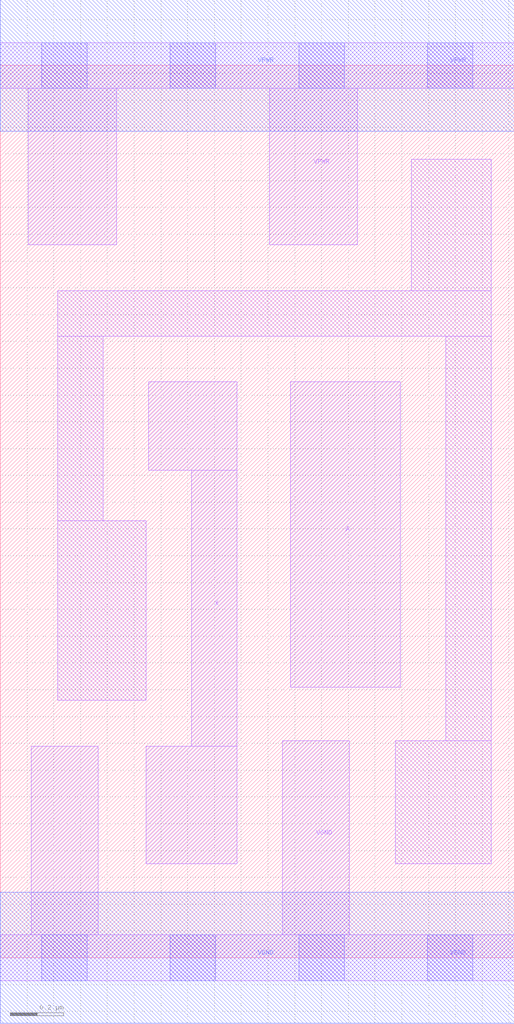
<source format=lef>
# Copyright 2020 The SkyWater PDK Authors
#
# Licensed under the Apache License, Version 2.0 (the "License");
# you may not use this file except in compliance with the License.
# You may obtain a copy of the License at
#
#     https://www.apache.org/licenses/LICENSE-2.0
#
# Unless required by applicable law or agreed to in writing, software
# distributed under the License is distributed on an "AS IS" BASIS,
# WITHOUT WARRANTIES OR CONDITIONS OF ANY KIND, either express or implied.
# See the License for the specific language governing permissions and
# limitations under the License.
#
# SPDX-License-Identifier: Apache-2.0

VERSION 5.7 ;
  NAMESCASESENSITIVE ON ;
  NOWIREEXTENSIONATPIN ON ;
  DIVIDERCHAR "/" ;
  BUSBITCHARS "[]" ;
UNITS
  DATABASE MICRONS 200 ;
END UNITS
MACRO sky130_fd_sc_ms__clkbuf_2
  CLASS CORE ;
  SOURCE USER ;
  FOREIGN sky130_fd_sc_ms__clkbuf_2 ;
  ORIGIN  0.000000  0.000000 ;
  SIZE  1.920000 BY  3.330000 ;
  SYMMETRY X Y ;
  SITE unit ;
  PIN A
    ANTENNAGATEAREA  0.264600 ;
    DIRECTION INPUT ;
    USE SIGNAL ;
    PORT
      LAYER li1 ;
        RECT 1.085000 1.010000 1.495000 2.150000 ;
    END
  END A
  PIN X
    ANTENNADIFFAREA  0.420000 ;
    DIRECTION OUTPUT ;
    USE SIGNAL ;
    PORT
      LAYER li1 ;
        RECT 0.545000 0.350000 0.885000 0.790000 ;
        RECT 0.555000 1.820000 0.885000 2.150000 ;
        RECT 0.715000 0.790000 0.885000 1.820000 ;
    END
  END X
  PIN VGND
    DIRECTION INOUT ;
    USE GROUND ;
    PORT
      LAYER li1 ;
        RECT 0.000000 -0.085000 1.920000 0.085000 ;
        RECT 0.115000  0.085000 0.365000 0.790000 ;
        RECT 1.055000  0.085000 1.305000 0.810000 ;
      LAYER mcon ;
        RECT 0.155000 -0.085000 0.325000 0.085000 ;
        RECT 0.635000 -0.085000 0.805000 0.085000 ;
        RECT 1.115000 -0.085000 1.285000 0.085000 ;
        RECT 1.595000 -0.085000 1.765000 0.085000 ;
      LAYER met1 ;
        RECT 0.000000 -0.245000 1.920000 0.245000 ;
    END
  END VGND
  PIN VPWR
    DIRECTION INOUT ;
    USE POWER ;
    PORT
      LAYER li1 ;
        RECT 0.000000 3.245000 1.920000 3.415000 ;
        RECT 0.105000 2.660000 0.435000 3.245000 ;
        RECT 1.005000 2.660000 1.335000 3.245000 ;
      LAYER mcon ;
        RECT 0.155000 3.245000 0.325000 3.415000 ;
        RECT 0.635000 3.245000 0.805000 3.415000 ;
        RECT 1.115000 3.245000 1.285000 3.415000 ;
        RECT 1.595000 3.245000 1.765000 3.415000 ;
      LAYER met1 ;
        RECT 0.000000 3.085000 1.920000 3.575000 ;
    END
  END VPWR
  OBS
    LAYER li1 ;
      RECT 0.215000 0.960000 0.545000 1.630000 ;
      RECT 0.215000 1.630000 0.385000 2.320000 ;
      RECT 0.215000 2.320000 1.835000 2.490000 ;
      RECT 1.475000 0.350000 1.835000 0.810000 ;
      RECT 1.535000 2.490000 1.835000 2.980000 ;
      RECT 1.665000 0.810000 1.835000 2.320000 ;
  END
END sky130_fd_sc_ms__clkbuf_2

</source>
